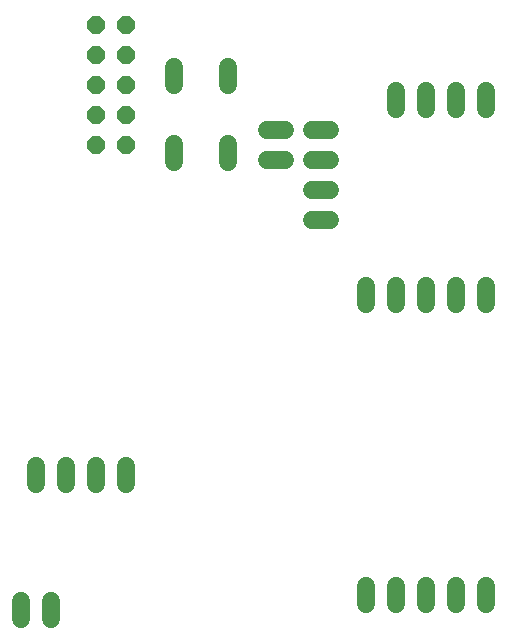
<source format=gbr>
G04 EAGLE Gerber RS-274X export*
G75*
%MOMM*%
%FSLAX34Y34*%
%LPD*%
%INBottom Copper*%
%IPPOS*%
%AMOC8*
5,1,8,0,0,1.08239X$1,22.5*%
G01*
%ADD10C,1.524000*%
%ADD11P,1.649562X8X112.500000*%


D10*
X457200Y436880D02*
X457200Y452120D01*
X482600Y452120D02*
X482600Y436880D01*
X508000Y436880D02*
X508000Y452120D01*
X533400Y452120D02*
X533400Y436880D01*
X228600Y134620D02*
X228600Y119380D01*
X203200Y119380D02*
X203200Y134620D01*
X177800Y134620D02*
X177800Y119380D01*
X152400Y119380D02*
X152400Y134620D01*
X386080Y419100D02*
X401320Y419100D01*
X401320Y393700D02*
X386080Y393700D01*
X386080Y368300D02*
X401320Y368300D01*
X401320Y342900D02*
X386080Y342900D01*
X165100Y20320D02*
X165100Y5080D01*
X139700Y5080D02*
X139700Y20320D01*
X431800Y17780D02*
X431800Y33020D01*
X457200Y33020D02*
X457200Y17780D01*
X482600Y17780D02*
X482600Y33020D01*
X508000Y33020D02*
X508000Y17780D01*
X533400Y17780D02*
X533400Y33020D01*
X431800Y271780D02*
X431800Y287020D01*
X457200Y287020D02*
X457200Y271780D01*
X482600Y271780D02*
X482600Y287020D01*
X508000Y287020D02*
X508000Y271780D01*
X533400Y271780D02*
X533400Y287020D01*
X363220Y393700D02*
X347980Y393700D01*
X347980Y419100D02*
X363220Y419100D01*
X314706Y456692D02*
X314706Y471932D01*
X269494Y471932D02*
X269494Y456692D01*
X314706Y406908D02*
X314706Y391668D01*
X269494Y391668D02*
X269494Y406908D01*
D11*
X228600Y406400D03*
X203200Y406400D03*
X228600Y431800D03*
X203200Y431800D03*
X228600Y457200D03*
X203200Y457200D03*
X228600Y482600D03*
X203200Y482600D03*
X228600Y508000D03*
X203200Y508000D03*
M02*

</source>
